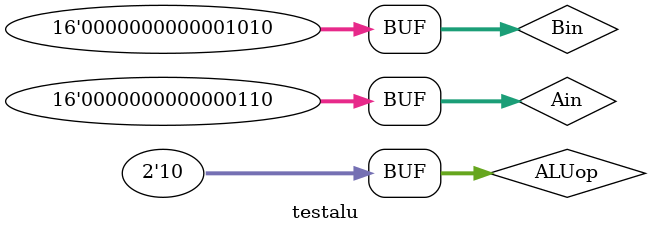
<source format=v>
module alu(Ain, Bin, ALUop, alu_to_C, alu_to_status);
input [15:0] Ain, Bin;
input [1:0] ALUop;
output [15:0] alu_to_C;
output [2:0] alu_to_status;
reg [15:0] alu_to_C;
wire [2:0] alu_to_status;
wire [15:0] alu_to_D, alu_to_E;

wire  ovf, ovf1;
AddSub #(16) inst11(Ain, Bin, 0, alu_to_D, ovf1);
AddSub #(16) inst12(Ain, Bin, 1, alu_to_E, ovf);


always@(*) begin

if (ALUop == 2'b00)begin
  alu_to_C = alu_to_D;

  end

else if (ALUop == 2'b01)begin
  alu_to_C = alu_to_E;
  end

else if (ALUop == 2'b10)begin
  alu_to_C = Ain & Bin; 
end

else begin
  alu_to_C = ~Bin;
end

end

assign alu_to_status[2] = ovf|ovf1;
assign alu_to_status[1] = alu_to_C[15];
assign alu_to_status[0] = ~|alu_to_C;






endmodule 



module AddSub(a,b,sub,s,ovf) ;
  parameter n = 8 ;
  input [n-1:0] a, b ;
  input sub ;           // subtract if sub=1, otherwise add
  output [n-1:0] s ;
  output ovf ;          // 1 if overflow
  wire c1, c2 ;         // carry out of last two bits
  wire ovf = c1 ^ c2 ;  // overflow if signs don't match

  // add non sign bits
  Adder1 #(n-1) ai(a[n-2:0],b[n-2:0]^{n-1{sub}},sub,c1,s[n-2:0]) ;
  // add sign bits
  Adder1 #(1)   as(a[n-1],b[n-1]^sub,c1,c2,s[n-1]) ;
endmodule


module Adder1(a,b,cin,cout,s) ;
  parameter n = 8 ;
  input [n-1:0] a, b ;
  input cin ;
  output [n-1:0] s ;
  output cout ;
  wire [n-1:0] s;
  wire cout ;

  assign {cout, s} = a + b + cin ;
endmodule 




module testalu;

reg [15:0] Ain, Bin;
reg [1:0] ALUop;
wire [15:0] alu_to_C;
wire alu_to_status;

alu dut(Ain, Bin, ALUop, alu_to_C, alu_to_status);

initial begin
#5;
Ain = 16'd5; //Testing addition of 1 and 5 expects 6
Bin = 16'd1;
ALUop = 2'b00;
#10;
Ain = 16'd6; //Testing subtraction of 6 and 4 expects 2
Bin = 16'd4;
ALUop = 2'b01;
#10;
Ain = 16'd6; //Testing anding of 6 and 4 expect 0s
Bin = 16'd4;
ALUop = 2'b10;
#10;
Bin = 16'd10; // Testing not of b expect 0s to 1s, 1s to 0s
end
endmodule 

</source>
